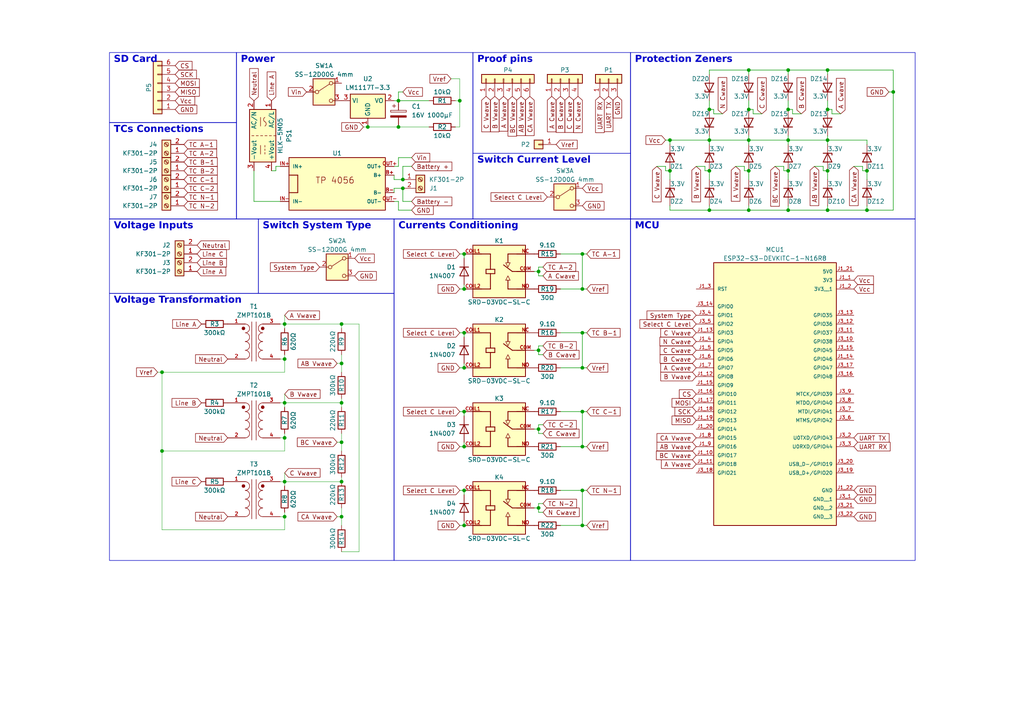
<source format=kicad_sch>
(kicad_sch (version 20230121) (generator eeschema)
  (paper "A4")
  (title_block (title "ESP32 Power Analyser V2.1 Schematics") (date "2024-03-30") (rev "1.5") (company "https://www.linkedin.com/in/lucasrguerra"))
  (junction (at 251.46 49.53))
  (junction (at 156.21 101.6))
  (junction (at 116.84 52.07))
  (junction (at 46.99 107.95))
  (junction (at 259.08 26.67))
  (junction (at 240.03 20.32))
  (junction (at 99.06 105.41))
  (junction (at 240.03 40.64))
  (junction (at 205.74 40.64))
  (junction (at 168.91 83.82))
  (junction (at 99.06 128.27))
  (junction (at 156.21 124.46))
  (junction (at 168.91 142.24))
  (junction (at 168.91 152.4))
  (junction (at 217.17 40.64))
  (junction (at 217.17 49.53))
  (junction (at 82.55 139.7))
  (junction (at 194.31 40.64))
  (junction (at 240.03 49.53))
  (junction (at 228.6 40.64))
  (junction (at 240.03 60.96))
  (junction (at 99.06 149.86))
  (junction (at 134.62 142.24))
  (junction (at 194.31 49.53))
  (junction (at 228.6 60.96))
  (junction (at 228.6 20.32))
  (junction (at 168.91 96.52))
  (junction (at 134.62 83.82))
  (junction (at 228.6 49.53))
  (junction (at 82.55 93.98))
  (junction (at 99.06 139.7))
  (junction (at 251.46 60.96))
  (junction (at 82.55 127))
  (junction (at 134.62 129.54))
  (junction (at 168.91 73.66))
  (junction (at 156.21 147.32))
  (junction (at 240.03 31.75))
  (junction (at 99.06 93.98))
  (junction (at 205.74 49.53))
  (junction (at 133.35 29.21))
  (junction (at 134.62 119.38))
  (junction (at 99.06 116.84))
  (junction (at 134.62 73.66))
  (junction (at 156.21 78.74))
  (junction (at 168.91 119.38))
  (junction (at 82.55 104.14))
  (junction (at 205.74 60.96))
  (junction (at 82.55 116.84))
  (junction (at 46.99 130.81))
  (junction (at 217.17 31.75))
  (junction (at 205.74 31.75))
  (junction (at 115.57 36.83))
  (junction (at 168.91 129.54))
  (junction (at 217.17 60.96))
  (junction (at 168.91 106.68))
  (junction (at 228.6 31.75))
  (junction (at 134.62 96.52))
  (junction (at 115.57 29.21))
  (junction (at 116.84 54.61))
  (junction (at 106.68 36.83))
  (junction (at 134.62 152.4))
  (junction (at 82.55 149.86))
  (junction (at 134.62 106.68))
  (junction (at 217.17 20.32))
  (wire (pts (xy 82.55 125.73) (xy 82.55 127)) (stroke (width 0.1)))
  (wire (pts (xy 240.03 31.75) (xy 240.03 29.21)))
  (wire (pts (xy 205.74 40.64) (xy 205.74 41.91)))
  (wire (pts (xy 156.21 147.32) (xy 154.94 147.32)))
  (wire (pts (xy 116.84 26.67) (xy 115.57 26.67)))
  (wire (pts (xy 157.48 102.87) (xy 156.21 102.87)))
  (wire (pts (xy 81.28 149.86) (xy 82.55 149.86)) (stroke (width 0.1)))
  (wire (pts (xy 215.9 49.53) (xy 217.17 49.53)))
  (wire (pts (xy 104.14 160.02) (xy 99.06 160.02)) (stroke (width 0.1)))
  (wire (pts (xy 170.18 142.24) (xy 168.91 142.24)))
  (wire (pts (xy 133.35 142.24) (xy 134.62 142.24)))
  (wire (pts (xy 99.06 102.87) (xy 99.06 105.41)) (stroke (width 0.1)))
  (wire (pts (xy 115.57 45.72) (xy 119.38 45.72)))
  (wire (pts (xy 215.9 48.26) (xy 215.9 49.53)))
  (wire (pts (xy 168.91 119.38) (xy 168.91 129.54)))
  (wire (pts (xy 240.03 40.64) (xy 251.46 40.64)))
  (wire (pts (xy 82.55 114.3) (xy 82.55 116.84)) (stroke (width 0.1)))
  (wire (pts (xy 194.31 59.69) (xy 194.31 60.96)))
  (wire (pts (xy 205.74 59.69) (xy 205.74 60.96)))
  (wire (pts (xy 259.08 26.67) (xy 259.08 20.32)))
  (wire (pts (xy 82.55 140.97) (xy 82.55 139.7)) (stroke (width 0.1)))
  (wire (pts (xy 133.35 36.83) (xy 132.08 36.83)) (stroke (width 0.1)))
  (wire (pts (xy 156.21 78.74) (xy 154.94 78.74)))
  (wire (pts (xy 99.06 93.98) (xy 104.14 93.98)) (stroke (width 0.1)))
  (wire (pts (xy 247.65 48.26) (xy 250.19 48.26)))
  (wire (pts (xy 82.55 137.16) (xy 82.55 139.7)) (stroke (width 0.1)))
  (wire (pts (xy 229.87 31.75) (xy 228.6 31.75)))
  (wire (pts (xy 82.55 102.87) (xy 82.55 104.14)) (stroke (width 0.1)))
  (wire (pts (xy 170.18 83.82) (xy 168.91 83.82)))
  (wire (pts (xy 99.06 128.27) (xy 99.06 130.81)) (stroke (width 0.1)))
  (wire (pts (xy 114.3 54.61) (xy 116.84 54.61)))
  (wire (pts (xy 46.99 130.81) (xy 46.99 153.67)) (stroke (width 0.1)))
  (wire (pts (xy 116.84 54.61) (xy 116.84 58.42)))
  (wire (pts (xy 97.79 105.41) (xy 99.06 105.41)) (stroke (width 0.1)))
  (wire (pts (xy 115.57 60.96) (xy 119.38 60.96)))
  (wire (pts (xy 82.55 139.7) (xy 99.06 139.7)) (stroke (width 0.1)))
  (wire (pts (xy 133.35 73.66) (xy 134.62 73.66)))
  (wire (pts (xy 115.57 48.26) (xy 114.3 48.26)))
  (wire (pts (xy 97.79 128.27) (xy 99.06 128.27)) (stroke (width 0.1)))
  (wire (pts (xy 81.28 93.98) (xy 82.55 93.98)) (stroke (width 0.1)))
  (wire (pts (xy 115.57 26.67) (xy 115.57 29.21)))
  (wire (pts (xy 194.31 41.91) (xy 194.31 40.64)))
  (wire (pts (xy 46.99 107.95) (xy 46.99 130.81)) (stroke (width 0.1)))
  (wire (pts (xy 82.55 104.14) (xy 82.55 107.95)) (stroke (width 0.1)))
  (wire (pts (xy 168.91 96.52) (xy 162.56 96.52)))
  (wire (pts (xy 168.91 73.66) (xy 162.56 73.66)))
  (wire (pts (xy 133.35 29.21) (xy 133.35 36.83)) (stroke (width 0.1)))
  (wire (pts (xy 209.55 33.02) (xy 207.01 33.02)))
  (wire (pts (xy 133.35 22.86) (xy 133.35 29.21)) (stroke (width 0.1)))
  (wire (pts (xy 157.48 123.19) (xy 156.21 123.19)))
  (wire (pts (xy 134.62 82.55) (xy 134.62 83.82)))
  (wire (pts (xy 104.14 93.98) (xy 104.14 160.02)) (stroke (width 0.1)))
  (wire (pts (xy 99.06 125.73) (xy 99.06 128.27)) (stroke (width 0.1)))
  (wire (pts (xy 259.08 20.32) (xy 240.03 20.32)))
  (wire (pts (xy 99.06 93.98) (xy 99.06 95.25)) (stroke (width 0.1)))
  (wire (pts (xy 157.48 146.05) (xy 156.21 146.05)))
  (wire (pts (xy 168.91 73.66) (xy 168.91 83.82)))
  (wire (pts (xy 170.18 73.66) (xy 168.91 73.66)))
  (wire (pts (xy 115.57 60.96) (xy 115.57 58.42)))
  (wire (pts (xy 99.06 149.86) (xy 99.06 152.4)) (stroke (width 0.1)))
  (wire (pts (xy 133.35 83.82) (xy 134.62 83.82)))
  (wire (pts (xy 116.84 48.26) (xy 116.84 52.07)))
  (wire (pts (xy 133.35 152.4) (xy 134.62 152.4)))
  (wire (pts (xy 194.31 40.64) (xy 205.74 40.64)))
  (wire (pts (xy 168.91 129.54) (xy 162.56 129.54)))
  (wire (pts (xy 82.55 148.59) (xy 82.55 149.86)) (stroke (width 0.1)))
  (wire (pts (xy 134.62 142.24) (xy 134.62 143.51)))
  (wire (pts (xy 157.48 80.01) (xy 156.21 80.01)))
  (wire (pts (xy 134.62 151.13) (xy 134.62 152.4)))
  (wire (pts (xy 82.55 118.11) (xy 82.55 116.84)) (stroke (width 0.1)))
  (wire (pts (xy 205.74 39.37) (xy 205.74 40.64)))
  (wire (pts (xy 82.55 93.98) (xy 99.06 93.98)) (stroke (width 0.1)))
  (wire (pts (xy 114.3 52.07) (xy 116.84 52.07)))
  (wire (pts (xy 157.48 148.59) (xy 156.21 148.59)))
  (wire (pts (xy 201.93 48.26) (xy 204.47 48.26)))
  (wire (pts (xy 228.6 20.32) (xy 217.17 20.32)))
  (wire (pts (xy 168.91 142.24) (xy 168.91 152.4)))
  (wire (pts (xy 82.55 95.25) (xy 82.55 93.98)) (stroke (width 0.1)))
  (wire (pts (xy 134.62 105.41) (xy 134.62 106.68)))
  (wire (pts (xy 207.01 31.75) (xy 205.74 31.75)))
  (wire (pts (xy 156.21 77.47) (xy 156.21 78.74)))
  (wire (pts (xy 133.35 119.38) (xy 134.62 119.38)))
  (wire (pts (xy 156.21 102.87) (xy 156.21 101.6)))
  (wire (pts (xy 99.06 115.57) (xy 99.06 116.84)) (stroke (width 0.1)))
  (wire (pts (xy 232.41 33.02) (xy 229.87 33.02)))
  (wire (pts (xy 241.3 31.75) (xy 240.03 31.75)))
  (wire (pts (xy 99.06 139.7) (xy 99.06 138.43)) (stroke (width 0.1)))
  (wire (pts (xy 240.03 39.37) (xy 240.03 40.64)))
  (wire (pts (xy 228.6 59.69) (xy 228.6 60.96)))
  (wire (pts (xy 97.79 149.86) (xy 99.06 149.86)) (stroke (width 0.1)))
  (wire (pts (xy 80.01 48.26) (xy 80.01 49.53)))
  (wire (pts (xy 114.3 50.8) (xy 114.3 52.07)))
  (wire (pts (xy 251.46 40.64) (xy 251.46 41.91)))
  (wire (pts (xy 217.17 31.75) (xy 217.17 29.21)))
  (wire (pts (xy 218.44 33.02) (xy 218.44 31.75)))
  (wire (pts (xy 240.03 60.96) (xy 251.46 60.96)))
  (wire (pts (xy 134.62 119.38) (xy 134.62 120.65)))
  (wire (pts (xy 240.03 59.69) (xy 240.03 60.96)))
  (wire (pts (xy 250.19 48.26) (xy 250.19 49.53)))
  (wire (pts (xy 240.03 20.32) (xy 228.6 20.32)))
  (wire (pts (xy 156.21 124.46) (xy 156.21 125.73)))
  (wire (pts (xy 133.35 22.86) (xy 130.81 22.86)) (stroke (width 0.1)))
  (wire (pts (xy 217.17 60.96) (xy 228.6 60.96)))
  (wire (pts (xy 105.41 36.83) (xy 106.68 36.83)) (stroke (width 0.1)))
  (wire (pts (xy 116.84 58.42) (xy 119.38 58.42)))
  (wire (pts (xy 220.98 33.02) (xy 218.44 33.02)))
  (wire (pts (xy 99.06 116.84) (xy 99.06 118.11)) (stroke (width 0.1)))
  (wire (pts (xy 170.18 106.68) (xy 168.91 106.68)))
  (wire (pts (xy 228.6 40.64) (xy 240.03 40.64)))
  (wire (pts (xy 168.91 106.68) (xy 162.56 106.68)))
  (wire (pts (xy 168.91 142.24) (xy 162.56 142.24)))
  (wire (pts (xy 46.99 107.95) (xy 45.72 107.95)) (stroke (width 0.1)))
  (wire (pts (xy 217.17 59.69) (xy 217.17 60.96)))
  (wire (pts (xy 227.33 49.53) (xy 228.6 49.53)))
  (wire (pts (xy 170.18 96.52) (xy 168.91 96.52)))
  (wire (pts (xy 81.28 116.84) (xy 82.55 116.84)) (stroke (width 0.1)))
  (wire (pts (xy 80.01 48.26) (xy 81.28 48.26)))
  (wire (pts (xy 168.91 119.38) (xy 162.56 119.38)))
  (wire (pts (xy 240.03 20.32) (xy 240.03 21.59)))
  (wire (pts (xy 170.18 152.4) (xy 168.91 152.4)))
  (wire (pts (xy 205.74 40.64) (xy 217.17 40.64)))
  (wire (pts (xy 194.31 60.96) (xy 205.74 60.96)))
  (wire (pts (xy 133.35 106.68) (xy 134.62 106.68)))
  (wire (pts (xy 217.17 20.32) (xy 217.17 21.59)))
  (wire (pts (xy 82.55 130.81) (xy 82.55 127)) (stroke (width 0.1)))
  (wire (pts (xy 157.48 100.33) (xy 156.21 100.33)))
  (wire (pts (xy 99.06 105.41) (xy 99.06 107.95)) (stroke (width 0.1)))
  (wire (pts (xy 115.57 36.83) (xy 124.46 36.83)) (stroke (width 0.1)))
  (wire (pts (xy 251.46 60.96) (xy 259.08 60.96)))
  (wire (pts (xy 115.57 45.72) (xy 115.57 48.26)))
  (wire (pts (xy 81.28 139.7) (xy 82.55 139.7)) (stroke (width 0.1)))
  (wire (pts (xy 217.17 49.53) (xy 217.17 52.07)))
  (wire (pts (xy 82.55 107.95) (xy 46.99 107.95)) (stroke (width 0.1)))
  (wire (pts (xy 168.91 152.4) (xy 162.56 152.4)))
  (wire (pts (xy 114.3 55.88) (xy 114.3 54.61)))
  (wire (pts (xy 82.55 116.84) (xy 99.06 116.84)) (stroke (width 0.1)))
  (wire (pts (xy 156.21 80.01) (xy 156.21 78.74)))
  (wire (pts (xy 213.36 48.26) (xy 215.9 48.26)))
  (wire (pts (xy 217.17 20.32) (xy 205.74 20.32)))
  (wire (pts (xy 236.22 48.26) (xy 238.76 48.26)))
  (wire (pts (xy 251.46 60.96) (xy 251.46 59.69)))
  (wire (pts (xy 250.19 49.53) (xy 251.46 49.53)))
  (wire (pts (xy 156.21 100.33) (xy 156.21 101.6)))
  (wire (pts (xy 134.62 73.66) (xy 134.62 74.93)))
  (wire (pts (xy 73.66 58.42) (xy 81.28 58.42)))
  (wire (pts (xy 156.21 101.6) (xy 154.94 101.6)))
  (wire (pts (xy 157.48 77.47) (xy 156.21 77.47)))
  (wire (pts (xy 73.66 49.53) (xy 73.66 58.42)))
  (wire (pts (xy 80.01 49.53) (xy 78.74 49.53)))
  (wire (pts (xy 204.47 49.53) (xy 205.74 49.53)))
  (wire (pts (xy 82.55 153.67) (xy 82.55 149.86)) (stroke (width 0.1)))
  (wire (pts (xy 193.04 49.53) (xy 194.31 49.53)))
  (wire (pts (xy 156.21 146.05) (xy 156.21 147.32)))
  (wire (pts (xy 194.31 49.53) (xy 194.31 52.07)))
  (wire (pts (xy 168.91 96.52) (xy 168.91 106.68)))
  (wire (pts (xy 228.6 60.96) (xy 240.03 60.96)))
  (wire (pts (xy 82.55 91.44) (xy 82.55 93.98)) (stroke (width 0.1)))
  (wire (pts (xy 228.6 20.32) (xy 228.6 21.59)))
  (wire (pts (xy 251.46 49.53) (xy 251.46 52.07)))
  (wire (pts (xy 156.21 124.46) (xy 154.94 124.46)))
  (wire (pts (xy 190.5 48.26) (xy 193.04 48.26)))
  (wire (pts (xy 193.04 48.26) (xy 193.04 49.53)))
  (wire (pts (xy 106.68 36.83) (xy 115.57 36.83)) (stroke (width 0.1)))
  (wire (pts (xy 204.47 48.26) (xy 204.47 49.53)))
  (wire (pts (xy 134.62 128.27) (xy 134.62 129.54)))
  (wire (pts (xy 228.6 39.37) (xy 228.6 40.64)))
  (wire (pts (xy 156.21 123.19) (xy 156.21 124.46)))
  (wire (pts (xy 99.06 147.32) (xy 99.06 149.86)) (stroke (width 0.1)))
  (wire (pts (xy 205.74 20.32) (xy 205.74 21.59)))
  (wire (pts (xy 116.84 48.26) (xy 119.38 48.26)))
  (wire (pts (xy 205.74 31.75) (xy 205.74 29.21)))
  (wire (pts (xy 170.18 119.38) (xy 168.91 119.38)))
  (wire (pts (xy 228.6 31.75) (xy 228.6 29.21)))
  (wire (pts (xy 205.74 60.96) (xy 217.17 60.96)))
  (wire (pts (xy 217.17 39.37) (xy 217.17 40.64)))
  (wire (pts (xy 217.17 40.64) (xy 228.6 40.64)))
  (wire (pts (xy 133.35 129.54) (xy 134.62 129.54)))
  (wire (pts (xy 238.76 49.53) (xy 240.03 49.53)))
  (wire (pts (xy 228.6 40.64) (xy 228.6 41.91)))
  (wire (pts (xy 218.44 31.75) (xy 217.17 31.75)))
  (wire (pts (xy 156.21 148.59) (xy 156.21 147.32)))
  (wire (pts (xy 46.99 153.67) (xy 82.55 153.67)) (stroke (width 0.1)))
  (wire (pts (xy 259.08 26.67) (xy 257.81 26.67)))
  (wire (pts (xy 81.28 127) (xy 82.55 127)) (stroke (width 0.1)))
  (wire (pts (xy 156.21 125.73) (xy 157.48 125.73)))
  (wire (pts (xy 115.57 29.21) (xy 124.46 29.21)))
  (wire (pts (xy 227.33 48.26) (xy 227.33 49.53)))
  (wire (pts (xy 133.35 96.52) (xy 134.62 96.52)))
  (wire (pts (xy 205.74 49.53) (xy 205.74 52.07)))
  (wire (pts (xy 133.35 29.21) (xy 132.08 29.21)) (stroke (width 0.1)))
  (wire (pts (xy 115.57 58.42) (xy 114.3 58.42)))
  (wire (pts (xy 207.01 33.02) (xy 207.01 31.75)))
  (wire (pts (xy 46.99 130.81) (xy 82.55 130.81)) (stroke (width 0.1)))
  (wire (pts (xy 170.18 129.54) (xy 168.91 129.54)))
  (wire (pts (xy 217.17 40.64) (xy 217.17 41.91)))
  (wire (pts (xy 168.91 83.82) (xy 162.56 83.82)))
  (wire (pts (xy 81.28 104.14) (xy 82.55 104.14)) (stroke (width 0.1)))
  (wire (pts (xy 229.87 33.02) (xy 229.87 31.75)))
  (wire (pts (xy 224.79 48.26) (xy 227.33 48.26)))
  (wire (pts (xy 259.08 26.67) (xy 259.08 60.96)))
  (wire (pts (xy 134.62 96.52) (xy 134.62 97.79)))
  (wire (pts (xy 228.6 49.53) (xy 228.6 52.07)))
  (wire (pts (xy 241.3 33.02) (xy 241.3 31.75)))
  (wire (pts (xy 240.03 40.64) (xy 240.03 41.91)))
  (wire (pts (xy 240.03 49.53) (xy 240.03 52.07)))
  (wire (pts (xy 238.76 48.26) (xy 238.76 49.53)))
  (wire (pts (xy 243.84 33.02) (xy 241.3 33.02)))
  (wire (pts (xy 114.3 29.21) (xy 115.57 29.21)))
  (wire (pts (xy 193.04 40.64) (xy 194.31 40.64)))
  (rectangle (start 182.88 63.5) (end 265.43 162.56))
  (rectangle (start 31.75 35.56) (end 68.58 63.5))
  (rectangle (start 68.58 15.24) (end 137.16 63.5))
  (rectangle (start 137.16 15.24) (end 182.88 44.45))
  (rectangle (start 31.75 15.24) (end 68.58 35.56))
  (rectangle (start 114.3 63.5) (end 182.88 162.56))
  (rectangle (start 31.75 63.5) (end 74.93 85.09))
  (rectangle (start 182.88 15.24) (end 265.43 63.5))
  (rectangle (start 137.16 44.45) (end 182.88 63.5))
  (rectangle (start 31.75 85.09) (end 114.3 162.56))
  (rectangle (start 74.93 63.5) (end 114.3 85.09))
  (text "Switch Current Level" (at 138.43 48.26 0) (effects (font (size 2 2) (thickness 0.254) bold) (justify left bottom)))
  (text "MCU" (at 184.15 67.31 0) (effects (font (size 2 2) (thickness 0.254) bold) (justify left bottom)))
  (text "Power" (at 69.85 19.05 0) (effects (font (size 2 2) (thickness 0.254) bold) (justify left bottom)))
  (text "Voltage Inputs" (at 33.02 67.31 0) (effects (font (size 2 2) (thickness 0.254) bold) (justify left bottom)))
  (text "Protection Zeners" (at 184.15 19.05 0) (effects (font (size 2 2) (thickness 0.254) bold) (justify left bottom)))
  (text "Voltage Transformation\n" (at 33.02 88.9 0) (effects (font (size 2 2) (thickness 0.254) bold) (justify left bottom)))
  (text "Switch System Type" (at 76.2 67.31 0) (effects (font (size 2 2) (thickness 0.254) bold) (justify left bottom)))
  (text "SD Card" (at 33.02 19.05 0) (effects (font (size 2 2) (thickness 0.254) bold) (justify left bottom)))
  (text "TCs Connections" (at 33.02 39.37 0) (effects (font (size 2 2) (thickness 0.254) bold) (justify left bottom)))
  (text "Proof pins" (at 138.43 19.05 0) (effects (font (size 2 2) (thickness 0.254) bold) (justify left bottom)))
  (text "Currents Conditioning" (at 115.57 67.31 0) (effects (font (size 2 2) (thickness 0.254) bold) (justify left bottom)))
  (global_label "Vin" (shape input) (at 88.9 26.67 180) (property "Intersheetrefs" "${INTERSHEET_REFS}" (effects hide)))
  (global_label "GND" (shape input) (at 179.07 27.94 270) (property "Intersheetrefs" "${INTERSHEET_REFS}" (effects hide)))
  (global_label "Vcc" (shape input) (at 102.87 74.93 0) (property "Intersheetrefs" "${INTERSHEET_REFS}" (effects hide)))
  (global_label "AB Vwave" (shape input) (at 201.93 129.54 180) (property "Intersheetrefs" "${INTERSHEET_REFS}" (effects hide)))
  (global_label "Neutral" (shape input) (at 57.15 71.12 0) (property "Intersheetrefs" "${INTERSHEET_REFS}" (effects hide)))
  (global_label "TC B-2" (shape input) (at 157.48 100.33 0) (property "Intersheetrefs" "${INTERSHEET_REFS}" (effects hide)))
  (global_label "A Vwave" (shape input) (at 213.36 48.26 270) (property "Intersheetrefs" "${INTERSHEET_REFS}" (effects hide)))
  (global_label "N Cwave" (shape input) (at 209.55 33.02 90) (property "Intersheetrefs" "${INTERSHEET_REFS}" (effects hide)))
  (global_label "GND" (shape input) (at 247.65 142.24 0) (property "Intersheetrefs" "${INTERSHEET_REFS}" (effects hide)))
  (global_label "CS" (shape input) (at 50.8 19.05 0) (property "Intersheetrefs" "${INTERSHEET_REFS}" (effects hide)))
  (global_label "Vref" (shape input) (at 130.81 22.86 180) (property "Intersheetrefs" "${INTERSHEET_REFS}" (effects hide)))
  (global_label "A Vwave" (shape input) (at 201.93 134.62 180) (property "Intersheetrefs" "${INTERSHEET_REFS}" (effects hide)))
  (global_label "N Cwave" (shape input) (at 167.64 27.94 270) (property "Intersheetrefs" "${INTERSHEET_REFS}" (effects hide)))
  (global_label "C Cwave" (shape input) (at 157.48 125.73 0) (property "Intersheetrefs" "${INTERSHEET_REFS}" (effects hide)))
  (global_label "TC A-2" (shape input) (at 157.48 77.47 0) (property "Intersheetrefs" "${INTERSHEET_REFS}" (effects hide)))
  (global_label "C Vwave" (shape input) (at 190.5 48.26 270) (property "Intersheetrefs" "${INTERSHEET_REFS}" (effects hide)))
  (global_label "GND" (shape input) (at 247.65 144.78 0) (property "Intersheetrefs" "${INTERSHEET_REFS}" (effects hide)))
  (global_label "Line C" (shape input) (at 57.15 73.66 0) (property "Intersheetrefs" "${INTERSHEET_REFS}" (effects hide)))
  (global_label "N Cwave" (shape input) (at 157.48 148.59 0) (property "Intersheetrefs" "${INTERSHEET_REFS}" (effects hide)))
  (global_label "Vcc" (shape input) (at 116.84 26.67 0) (property "Intersheetrefs" "${INTERSHEET_REFS}" (effects hide)))
  (global_label "Vref" (shape input) (at 170.18 152.4 0) (property "Intersheetrefs" "${INTERSHEET_REFS}" (effects hide)))
  (global_label "Select C Level" (shape input) (at 133.35 96.52 180) (property "Intersheetrefs" "${INTERSHEET_REFS}" (effects hide)))
  (global_label "SCK" (shape input) (at 50.8 21.59 0) (property "Intersheetrefs" "${INTERSHEET_REFS}" (effects hide)))
  (global_label "B Vwave" (shape input) (at 143.51 27.94 270) (property "Intersheetrefs" "${INTERSHEET_REFS}" (effects hide)))
  (global_label "Vcc" (shape input) (at 50.8 29.21 0) (property "Intersheetrefs" "${INTERSHEET_REFS}" (effects hide)))
  (global_label "GND" (shape input) (at 133.35 83.82 180) (property "Intersheetrefs" "${INTERSHEET_REFS}" (effects hide)))
  (global_label "Vref" (shape input) (at 45.72 107.95 180) (property "Intersheetrefs" "${INTERSHEET_REFS}" (effects hide)))
  (global_label "TC C-1" (shape input) (at 53.34 52.07 0) (property "Intersheetrefs" "${INTERSHEET_REFS}" (effects hide)))
  (global_label "C Vwave" (shape input) (at 82.55 137.16 0) (property "Intersheetrefs" "${INTERSHEET_REFS}" (effects hide)))
  (global_label "TC N-2" (shape input) (at 53.34 59.69 0) (property "Intersheetrefs" "${INTERSHEET_REFS}" (effects hide)))
  (global_label "MOSI" (shape input) (at 201.93 116.84 180) (property "Intersheetrefs" "${INTERSHEET_REFS}" (effects hide)))
  (global_label "Select C Level" (shape input) (at 133.35 119.38 180) (property "Intersheetrefs" "${INTERSHEET_REFS}" (effects hide)))
  (global_label "TC C-2" (shape input) (at 157.48 123.19 0) (property "Intersheetrefs" "${INTERSHEET_REFS}" (effects hide)))
  (global_label "A Cwave" (shape input) (at 201.93 106.68 180) (property "Intersheetrefs" "${INTERSHEET_REFS}" (effects hide)))
  (global_label "AB Vwave" (shape input) (at 236.22 48.26 270) (property "Intersheetrefs" "${INTERSHEET_REFS}" (effects hide)))
  (global_label "GND" (shape input) (at 133.35 106.68 180) (property "Intersheetrefs" "${INTERSHEET_REFS}" (effects hide)))
  (global_label "Line C" (shape input) (at 58.42 139.7 180) (property "Intersheetrefs" "${INTERSHEET_REFS}" (effects hide)))
  (global_label "CS" (shape input) (at 201.93 114.3 180) (property "Intersheetrefs" "${INTERSHEET_REFS}" (effects hide)))
  (global_label "C Vwave" (shape input) (at 140.97 27.94 270) (property "Intersheetrefs" "${INTERSHEET_REFS}" (effects hide)))
  (global_label "GND" (shape input) (at 133.35 152.4 180) (property "Intersheetrefs" "${INTERSHEET_REFS}" (effects hide)))
  (global_label "TC N-2" (shape input) (at 157.48 146.05 0) (property "Intersheetrefs" "${INTERSHEET_REFS}" (effects hide)))
  (global_label "UART RX" (shape input) (at 173.99 27.94 270) (property "Intersheetrefs" "${INTERSHEET_REFS}" (effects hide)))
  (global_label "Vref" (shape input) (at 161.29 41.91 0) (property "Intersheetrefs" "${INTERSHEET_REFS}" (effects hide)))
  (global_label "GND" (shape input) (at 247.65 149.86 0) (property "Intersheetrefs" "${INTERSHEET_REFS}" (effects hide)))
  (global_label "B Vwave" (shape input) (at 201.93 48.26 270) (property "Intersheetrefs" "${INTERSHEET_REFS}" (effects hide)))
  (global_label "A Cwave" (shape input) (at 157.48 80.01 0) (property "Intersheetrefs" "${INTERSHEET_REFS}" (effects hide)))
  (global_label "Vref" (shape input) (at 170.18 83.82 0) (property "Intersheetrefs" "${INTERSHEET_REFS}" (effects hide)))
  (global_label "MISO" (shape input) (at 50.8 26.67 0) (property "Intersheetrefs" "${INTERSHEET_REFS}" (effects hide)))
  (global_label "CA Vwave" (shape input) (at 153.67 27.94 270) (property "Intersheetrefs" "${INTERSHEET_REFS}" (effects hide)))
  (global_label "A Cwave" (shape input) (at 160.02 27.94 270) (property "Intersheetrefs" "${INTERSHEET_REFS}" (effects hide)))
  (global_label "Vcc" (shape input) (at 168.91 54.61 0) (property "Intersheetrefs" "${INTERSHEET_REFS}" (effects hide)))
  (global_label "A Cwave" (shape input) (at 243.84 33.02 90) (property "Intersheetrefs" "${INTERSHEET_REFS}" (effects hide)))
  (global_label "Select C Level" (shape input) (at 201.93 93.98 180) (property "Intersheetrefs" "${INTERSHEET_REFS}" (effects hide)))
  (global_label "A Vwave" (shape input) (at 82.55 91.44 0) (property "Intersheetrefs" "${INTERSHEET_REFS}" (effects hide)))
  (global_label "UART TX" (shape input) (at 247.65 127 0) (property "Intersheetrefs" "${INTERSHEET_REFS}" (effects hide)))
  (global_label "CA Vwave" (shape input) (at 247.65 48.26 270) (property "Intersheetrefs" "${INTERSHEET_REFS}" (effects hide)))
  (global_label "C Cwave" (shape input) (at 165.1 27.94 270) (property "Intersheetrefs" "${INTERSHEET_REFS}" (effects hide)))
  (global_label "AB Vwave" (shape input) (at 151.13 27.94 270) (property "Intersheetrefs" "${INTERSHEET_REFS}" (effects hide)))
  (global_label "Neutral" (shape input) (at 66.04 127 180) (property "Intersheetrefs" "${INTERSHEET_REFS}" (effects hide)))
  (global_label "B Cwave" (shape input) (at 157.48 102.87 0) (property "Intersheetrefs" "${INTERSHEET_REFS}" (effects hide)))
  (global_label "Neutral" (shape input) (at 66.04 104.14 180) (property "Intersheetrefs" "${INTERSHEET_REFS}" (effects hide)))
  (global_label "Line B" (shape input) (at 58.42 116.84 180) (property "Intersheetrefs" "${INTERSHEET_REFS}" (effects hide)))
  (global_label "AB Vwave" (shape input) (at 97.79 105.41 180) (property "Intersheetrefs" "${INTERSHEET_REFS}" (effects hide)))
  (global_label "TC A-2" (shape input) (at 53.34 44.45 0) (property "Intersheetrefs" "${INTERSHEET_REFS}" (effects hide)))
  (global_label "Vref" (shape input) (at 170.18 129.54 0) (property "Intersheetrefs" "${INTERSHEET_REFS}" (effects hide)))
  (global_label "System Type" (shape input) (at 92.71 77.47 180) (property "Intersheetrefs" "${INTERSHEET_REFS}" (effects hide)))
  (global_label "BC Vwave" (shape input) (at 201.93 132.08 180) (property "Intersheetrefs" "${INTERSHEET_REFS}" (effects hide)))
  (global_label "TC C-1" (shape input) (at 170.18 119.38 0) (property "Intersheetrefs" "${INTERSHEET_REFS}" (effects hide)))
  (global_label "B Vwave" (shape input) (at 201.93 109.22 180) (property "Intersheetrefs" "${INTERSHEET_REFS}" (effects hide)))
  (global_label "Vcc" (shape input) (at 247.65 81.28 0) (property "Intersheetrefs" "${INTERSHEET_REFS}" (effects hide)))
  (global_label "CA Vwave" (shape input) (at 201.93 127 180) (property "Intersheetrefs" "${INTERSHEET_REFS}" (effects hide)))
  (global_label "TC B-1" (shape input) (at 170.18 96.52 0) (property "Intersheetrefs" "${INTERSHEET_REFS}" (effects hide)))
  (global_label "B Vwave" (shape input) (at 82.55 114.3 0) (property "Intersheetrefs" "${INTERSHEET_REFS}" (effects hide)))
  (global_label "TC C-2" (shape input) (at 53.34 54.61 0) (property "Intersheetrefs" "${INTERSHEET_REFS}" (effects hide)))
  (global_label "B Cwave" (shape input) (at 232.41 33.02 90) (property "Intersheetrefs" "${INTERSHEET_REFS}" (effects hide)))
  (global_label "C Cwave" (shape input) (at 201.93 101.6 180) (property "Intersheetrefs" "${INTERSHEET_REFS}" (effects hide)))
  (global_label "Line B" (shape input) (at 57.15 76.2 0) (property "Intersheetrefs" "${INTERSHEET_REFS}" (effects hide)))
  (global_label "MISO" (shape input) (at 201.93 121.92 180) (property "Intersheetrefs" "${INTERSHEET_REFS}" (effects hide)))
  (global_label "Neutral" (shape input) (at 73.66 29.21 90) (property "Intersheetrefs" "${INTERSHEET_REFS}" (effects hide)))
  (global_label "Select C Level" (shape input) (at 158.75 57.15 180) (property "Intersheetrefs" "${INTERSHEET_REFS}" (effects hide)))
  (global_label "GND" (shape input) (at 119.38 60.96 0) (property "Intersheetrefs" "${INTERSHEET_REFS}" (effects hide)))
  (global_label "Vin" (shape input) (at 119.38 45.72 0) (property "Intersheetrefs" "${INTERSHEET_REFS}" (effects hide)))
  (global_label "A Vwave" (shape input) (at 146.05 27.94 270) (property "Intersheetrefs" "${INTERSHEET_REFS}" (effects hide)))
  (global_label "SCK" (shape input) (at 201.93 119.38 180) (property "Intersheetrefs" "${INTERSHEET_REFS}" (effects hide)))
  (global_label "Vcc" (shape input) (at 193.04 40.64 180) (property "Intersheetrefs" "${INTERSHEET_REFS}" (effects hide)))
  (global_label "Line A" (shape input) (at 58.42 93.98 180) (property "Intersheetrefs" "${INTERSHEET_REFS}" (effects hide)))
  (global_label "GND" (shape input) (at 102.87 80.01 0) (property "Intersheetrefs" "${INTERSHEET_REFS}" (effects hide)))
  (global_label "Select C Level" (shape input) (at 133.35 73.66 180) (property "Intersheetrefs" "${INTERSHEET_REFS}" (effects hide)))
  (global_label "N Cwave" (shape input) (at 201.93 99.06 180) (property "Intersheetrefs" "${INTERSHEET_REFS}" (effects hide)))
  (global_label "TC B-2" (shape input) (at 53.34 49.53 0) (property "Intersheetrefs" "${INTERSHEET_REFS}" (effects hide)))
  (global_label "TC A-1" (shape input) (at 170.18 73.66 0) (property "Intersheetrefs" "${INTERSHEET_REFS}" (effects hide)))
  (global_label "GND" (shape input) (at 50.8 31.75 0) (property "Intersheetrefs" "${INTERSHEET_REFS}" (effects hide)))
  (global_label "Vref" (shape input) (at 170.18 106.68 0) (property "Intersheetrefs" "${INTERSHEET_REFS}" (effects hide)))
  (global_label "GND" (shape input) (at 257.81 26.67 180) (property "Intersheetrefs" "${INTERSHEET_REFS}" (effects hide)))
  (global_label "C Vwave" (shape input) (at 201.93 96.52 180) (property "Intersheetrefs" "${INTERSHEET_REFS}" (effects hide)))
  (global_label "UART RX" (shape input) (at 247.65 129.54 0) (property "Intersheetrefs" "${INTERSHEET_REFS}" (effects hide)))
  (global_label "B Cwave" (shape input) (at 201.93 104.14 180) (property "Intersheetrefs" "${INTERSHEET_REFS}" (effects hide)))
  (global_label "GND" (shape input) (at 168.91 59.69 0) (property "Intersheetrefs" "${INTERSHEET_REFS}" (effects hide)))
  (global_label "TC B-1" (shape input) (at 53.34 46.99 0) (property "Intersheetrefs" "${INTERSHEET_REFS}" (effects hide)))
  (global_label "Select C Level" (shape input) (at 133.35 142.24 180) (property "Intersheetrefs" "${INTERSHEET_REFS}" (effects hide)))
  (global_label "System Type" (shape input) (at 201.93 91.44 180) (property "Intersheetrefs" "${INTERSHEET_REFS}" (effects hide)))
  (global_label "Battery +" (shape input) (at 119.38 48.26 0) (property "Intersheetrefs" "${INTERSHEET_REFS}" (effects hide)))
  (global_label "UART TX" (shape input) (at 176.53 27.94 270) (property "Intersheetrefs" "${INTERSHEET_REFS}" (effects hide)))
  (global_label "TC N-1" (shape input) (at 170.18 142.24 0) (property "Intersheetrefs" "${INTERSHEET_REFS}" (effects hide)))
  (global_label "CA Vwave" (shape input) (at 97.79 149.86 180) (property "Intersheetrefs" "${INTERSHEET_REFS}" (effects hide)))
  (global_label "Line A" (shape input) (at 57.15 78.74 0) (property "Intersheetrefs" "${INTERSHEET_REFS}" (effects hide)))
  (global_label "Neutral" (shape input) (at 66.04 149.86 180) (property "Intersheetrefs" "${INTERSHEET_REFS}" (effects hide)))
  (global_label "BC Vwave" (shape input) (at 97.79 128.27 180) (property "Intersheetrefs" "${INTERSHEET_REFS}" (effects hide)))
  (global_label "Battery -" (shape input) (at 119.38 58.42 0) (property "Intersheetrefs" "${INTERSHEET_REFS}" (effects hide)))
  (global_label "Vcc" (shape input) (at 247.65 83.82 0) (property "Intersheetrefs" "${INTERSHEET_REFS}" (effects hide)))
  (global_label "BC Vwave" (shape input) (at 148.59 27.94 270) (property "Intersheetrefs" "${INTERSHEET_REFS}" (effects hide)))
  (global_label "MOSI" (shape input) (at 50.8 24.13 0) (property "Intersheetrefs" "${INTERSHEET_REFS}" (effects hide)))
  (global_label "GND" (shape input) (at 105.41 36.83 180) (property "Intersheetrefs" "${INTERSHEET_REFS}" (effects hide)))
  (global_label "BC Vwave" (shape input) (at 224.79 48.26 270) (property "Intersheetrefs" "${INTERSHEET_REFS}" (effects hide)))
  (global_label "GND" (shape input) (at 133.35 129.54 180) (property "Intersheetrefs" "${INTERSHEET_REFS}" (effects hide)))
  (global_label "B Cwave" (shape input) (at 162.56 27.94 270) (property "Intersheetrefs" "${INTERSHEET_REFS}" (effects hide)))
  (global_label "C Cwave" (shape input) (at 220.98 33.02 90) (property "Intersheetrefs" "${INTERSHEET_REFS}" (effects hide)))
  (global_label "Line A" (shape input) (at 78.74 29.21 90) (property "Intersheetrefs" "${INTERSHEET_REFS}" (effects hide)))
  (global_label "TC A-1" (shape input) (at 53.34 41.91 0) (property "Intersheetrefs" "${INTERSHEET_REFS}" (effects hide)))
  (global_label "TC N-1" (shape input) (at 53.34 57.15 0) (property "Intersheetrefs" "${INTERSHEET_REFS}" (effects hide)))
  (symbol (lib_id "Device:D_Zener") (at 228.6 45.72 270) (unit 1)
    (property "Reference" "DZ7" (at 228.6 48.26 90) (effects (justify left)))
    (property "Value" "3.3V" (at 228.6 43.18 90) (effects (justify left)))
    (property "Footprint" "Diode_THT:D_DO-34_SOD68_P7.62mm_Horizontal" (effects hide))
  )
  (symbol (lib_id "Device:R") (at 99.06 143.51 180) (unit 1)
    (property "Reference" "R13" (at 99.06 143.51 90))
    (property "Value" "220kΩ" (at 96.52 143.51 90))
    (property "Footprint" "Resistor_THT:R_Axial_DIN0207_L6.3mm_D2.5mm_P10.16mm_Horizontal" (effects hide))
  )
  (symbol (lib_id "Device:R") (at 128.27 29.21 90) (unit 1)
    (property "Reference" "R1" (at 128.27 29.21 90))
    (property "Value" "10kΩ" (at 128.27 26.67 90))
    (property "Footprint" "Resistor_THT:R_Axial_DIN0207_L6.3mm_D2.5mm_P10.16mm_Horizontal" (effects hide))
  )
  (symbol (lib_id "Connector:Screw_Terminal_01x02") (at 48.26 49.53 180) (unit 1)
    (property "Reference" "J5" (at 44.45 46.99 0))
    (property "Value" "KF301-2P" (at 40.64 49.53 0))
    (property "Footprint" "TerminalBlock:TerminalBlock_bornier-2_P5.08mm" (effects hide))
  )
  (symbol (lib_id "Device:D_Zener") (at 217.17 45.72 270) (unit 1)
    (property "Reference" "DZ5" (at 217.17 48.26 90) (effects (justify left)))
    (property "Value" "3.3V" (at 217.17 43.18 90) (effects (justify left)))
    (property "Footprint" "Diode_THT:D_DO-34_SOD68_P7.62mm_Horizontal" (effects hide))
  )
  (symbol (lib_id "Device:R") (at 62.23 116.84 270) (unit 1)
    (property "Reference" "R4" (at 62.23 116.84 90))
    (property "Value" "300kΩ" (at 62.23 119.38 90))
    (property "Footprint" "Resistor_THT:R_Axial_DIN0207_L6.3mm_D2.5mm_P10.16mm_Horizontal" (effects hide))
  )
  (symbol (lib_id "Switch:SW_DPDT_x2") (at 93.98 26.67 0) (unit 1)
    (property "Reference" "SW1" (at 93.98 19.05 0))
    (property "Value" "SS-12D00G 4mm" (at 93.98 21.59 0))
    (property "Footprint" "Connector_PinHeader_2.54mm:PinHeader_1x03_P2.54mm_Vertical" (effects hide))
  )
  (symbol (lib_id "Device:R") (at 158.75 152.4 270) (unit 1)
    (property "Reference" "R22" (at 158.75 152.4 90))
    (property "Value" "30Ω" (at 158.75 154.94 90))
    (property "Footprint" "Resistor_THT:R_Axial_DIN0207_L6.3mm_D2.5mm_P10.16mm_Horizontal" (effects hide))
  )
  (symbol (lib_id "Device:R") (at 99.06 99.06 180) (unit 1)
    (property "Reference" "R9" (at 99.06 99.06 90))
    (property "Value" "220kΩ" (at 96.52 99.06 90))
    (property "Footprint" "Resistor_THT:R_Axial_DIN0207_L6.3mm_D2.5mm_P10.16mm_Horizontal" (effects hide))
  )
  (symbol (lib_id "Device:R") (at 82.55 121.92 0) (unit 1)
    (property "Reference" "R7" (at 82.55 121.92 90))
    (property "Value" "620Ω" (at 85.09 121.92 90))
    (property "Footprint" "Resistor_THT:R_Axial_DIN0207_L6.3mm_D2.5mm_P10.16mm_Horizontal" (effects hide))
  )
  (symbol (lib_id "Device:R") (at 99.06 156.21 180) (unit 1)
    (property "Reference" "R14" (at 99.06 156.21 90))
    (property "Value" "300kΩ" (at 96.52 156.21 90))
    (property "Footprint" "Resistor_THT:R_Axial_DIN0207_L6.3mm_D2.5mm_P10.16mm_Horizontal" (effects hide))
  )
  (symbol (lib_name "ZMPT101B_1") (lib_id "ZMPT101B:ZMPT101B") (at 73.66 99.06 0) (unit 1)
    (property "Reference" "T1" (at 73.66 88.9 0))
    (property "Value" "ZMPT101B" (at 73.66 91.44 0))
    (property "Footprint" "SnapEDA Library:XFMR_ZMPT101B" (effects hide))
    (property "PARTREV" "NA" (effects hide))
    (property "STANDARD" "Manufacturer Recommendations" (effects hide))
    (property "MAXIMUM_PACKAGE_HEIGHT" "18.8mm" (effects hide))
    (property "MANUFACTURER" "Qingxian Zeming Langxi Electronic" (effects hide))
  )
  (symbol (lib_id "TP4056:TP4056") (at 99.06 53.34 0) (unit 1)
    (property "Reference" "U1" (at 97.79 44.45 0))
    (property "Value" "TP4056" (effects hide))
    (property "Footprint" "SnapEDA Library:TP4056" (effects hide))
    (property "MF" "others" (effects hide))
    (property "Description" "\n" (effects hide))
    (property "Package" "None" (effects hide))
    (property "Price" "None" (effects hide))
    (property "SnapEDA_Link" "https://www.snapeda.com/parts/TP4056/Byte+Brothers/view-part/?ref=snap" (effects hide))
    (property "MP" "TP4056" (effects hide))
    (property "Availability" "Not in stock" (effects hide))
    (property "Check_prices" "https://www.snapeda.com/parts/TP4056/Byte+Brothers/view-part/?ref=eda" (effects hide))
  )
  (symbol (lib_id "Connector:Screw_Terminal_01x02") (at 48.26 59.69 180) (unit 1)
    (property "Reference" "J7" (at 44.45 57.15 0))
    (property "Value" "KF301-2P" (at 40.64 59.69 0))
    (property "Footprint" "TerminalBlock:TerminalBlock_bornier-2_P5.08mm" (effects hide))
  )
  (symbol (lib_id "SRD-03VDC-SL-C:SRD-03VDC-SL-C") (at 144.78 101.6 0) (unit 1)
    (property "Reference" "K2" (at 144.78 92.71 0))
    (property "Value" "SRD-03VDC-SL-C" (at 144.78 110.49 0))
    (property "Footprint" "SnapEDA Library:RELAY_SRD-03VDC-SL-C" (effects hide))
    (property "PARTREV" "20161104" (effects hide))
    (property "SNAPEDA_PN" "SRD-03VDC-SL-C" (effects hide))
    (property "MANUFACTURER" "Songle Relay" (effects hide))
    (property "MAXIMUM_PACKAGE_HEIGHT" "15.80mm" (effects hide))
    (property "STANDARD" "Manufacturer Recommendations" (effects hide))
  )
  (symbol (lib_id "Switch:SW_DPDT_x2") (at 163.83 57.15 0) (unit 1)
    (property "Reference" "SW3" (at 163.83 49.53 0))
    (property "Value" "SS-12D00G 4mm" (at 163.83 52.07 0))
    (property "Footprint" "Connector_PinHeader_2.54mm:PinHeader_1x03_P2.54mm_Vertical" (effects hide))
  )
  (symbol (lib_id "Device:D_Zener") (at 228.6 25.4 90) (unit 1)
    (property "Reference" "DZ16" (at 228.6 22.86 90) (effects (justify left)))
    (property "Value" "3.3V" (at 228.6 27.94 90) (effects (justify left)))
    (property "Footprint" "Diode_THT:D_DO-34_SOD68_P7.62mm_Horizontal" (effects hide))
  )
  (symbol (lib_id "Regulator_Linear:LM1117T-3.3") (at 106.68 29.21 0) (unit 1)
    (property "Reference" "U2" (at 106.68 22.86 0))
    (property "Value" "LM1117T-3.3" (at 106.68 25.4 0))
    (property "Footprint" "Package_TO_SOT_THT:TO-220-3_Vertical" (effects hide))
    (property "Datasheet" "http://www.ti.com/lit/ds/symlink/lm1117.pdf" (effects hide))
  )
  (symbol (lib_id "SRD-03VDC-SL-C:SRD-03VDC-SL-C") (at 144.78 124.46 0) (unit 1)
    (property "Reference" "K3" (at 144.78 115.57 0))
    (property "Value" "SRD-03VDC-SL-C" (at 144.78 133.35 0))
    (property "Footprint" "SnapEDA Library:RELAY_SRD-03VDC-SL-C" (effects hide))
    (property "PARTREV" "20161104" (effects hide))
    (property "SNAPEDA_PN" "SRD-03VDC-SL-C" (effects hide))
    (property "MANUFACTURER" "Songle Relay" (effects hide))
    (property "MAXIMUM_PACKAGE_HEIGHT" "15.80mm" (effects hide))
    (property "STANDARD" "Manufacturer Recommendations" (effects hide))
  )
  (symbol (lib_id "Device:R") (at 128.27 36.83 270) (unit 1)
    (property "Reference" "R2" (at 128.27 36.83 90))
    (property "Value" "10kΩ" (at 128.27 39.37 90))
    (property "Footprint" "Resistor_THT:R_Axial_DIN0207_L6.3mm_D2.5mm_P10.16mm_Horizontal" (effects hide))
  )
  (symbol (lib_id "Device:D_Zener") (at 240.03 35.56 90) (unit 1)
    (property "Reference" "DZ13" (at 240.03 33.02 90) (effects (justify left)))
    (property "Value" "3.3V" (at 240.03 38.1 90) (effects (justify left)))
    (property "Footprint" "Diode_THT:D_DO-34_SOD68_P7.62mm_Horizontal" (effects hide))
  )
  (symbol (lib_id "Device:D_Zener") (at 251.46 55.88 270) (unit 1)
    (property "Reference" "DZ12" (at 251.46 58.42 90) (effects (justify left)))
    (property "Value" "3.3V" (at 251.46 53.34 90) (effects (justify left)))
    (property "Footprint" "Diode_THT:D_DO-34_SOD68_P7.62mm_Horizontal" (effects hide))
  )
  (symbol (lib_id "Connector_Generic:Conn_01x06") (at 146.05 22.86 90) (unit 1)
    (property "Reference" "P4" (at 147.32 20.32 90))
    (property "Value" "Pin Header" (effects hide))
    (property "Footprint" "Connector_PinHeader_2.54mm:PinHeader_1x06_P2.54mm_Vertical" (effects hide))
  )
  (symbol (lib_id "Device:D_Zener") (at 205.74 55.88 270) (unit 1)
    (property "Reference" "DZ4" (at 205.74 58.42 90) (effects (justify left)))
    (property "Value" "3.3V" (at 205.74 53.34 90) (effects (justify left)))
    (property "Footprint" "Diode_THT:D_DO-34_SOD68_P7.62mm_Horizontal" (effects hide))
  )
  (symbol (lib_name "ZMPT101B_1") (lib_id "ZMPT101B:ZMPT101B") (at 73.66 121.92 0) (unit 1)
    (property "Reference" "T2" (at 73.66 111.76 0))
    (property "Value" "ZMPT101B" (at 73.66 114.3 0))
    (property "Footprint" "SnapEDA Library:XFMR_ZMPT101B" (effects hide))
    (property "PARTREV" "NA" (effects hide))
    (property "STANDARD" "Manufacturer Recommendations" (effects hide))
    (property "MAXIMUM_PACKAGE_HEIGHT" "18.8mm" (effects hide))
    (property "MANUFACTURER" "Qingxian Zeming Langxi Electronic" (effects hide))
  )
  (symbol (lib_id "Device:D_Zener") (at 240.03 25.4 90) (unit 1)
    (property "Reference" "DZ14" (at 240.03 22.86 90) (effects (justify left)))
    (property "Value" "3.3V" (at 240.03 27.94 90) (effects (justify left)))
    (property "Footprint" "Diode_THT:D_DO-34_SOD68_P7.62mm_Horizontal" (effects hide))
  )
  (symbol (lib_id "Diode:1N4007") (at 134.62 78.74 270) (unit 1)
    (property "Reference" "D1" (at 129.54 77.47 90) (effects (justify left)))
    (property "Value" "1N4007" (at 124.46 80.01 90) (effects (justify left)))
    (property "Footprint" "Diode_THT:D_DO-41_SOD81_P10.16mm_Horizontal" (effects hide))
    (property "Datasheet" "http://www.vishay.com/docs/88503/1n4001.pdf" (effects hide))
    (property "Sim.Device" "D" (effects hide))
    (property "Sim.Pins" "1=K 2=A" (effects hide))
  )
  (symbol (lib_id "Device:R") (at 62.23 139.7 270) (unit 1)
    (property "Reference" "R5" (at 62.23 139.7 90))
    (property "Value" "300kΩ" (at 62.23 142.24 90))
    (property "Footprint" "Resistor_THT:R_Axial_DIN0207_L6.3mm_D2.5mm_P10.16mm_Horizontal" (effects hide))
  )
  (symbol (lib_id "Device:R") (at 99.06 121.92 180) (unit 1)
    (property "Reference" "R11" (at 99.06 121.92 90))
    (property "Value" "220kΩ" (at 96.52 121.92 90))
    (property "Footprint" "Resistor_THT:R_Axial_DIN0207_L6.3mm_D2.5mm_P10.16mm_Horizontal" (effects hide))
  )
  (symbol (lib_id "Device:R") (at 99.06 134.62 180) (unit 1)
    (property "Reference" "R12" (at 99.06 134.62 90))
    (property "Value" "300kΩ" (at 96.52 134.62 90))
    (property "Footprint" "Resistor_THT:R_Axial_DIN0207_L6.3mm_D2.5mm_P10.16mm_Horizontal" (effects hide))
  )
  (symbol (lib_id "Device:D_Zener") (at 194.31 55.88 270) (unit 1)
    (property "Reference" "DZ2" (at 194.31 58.42 90) (effects (justify left)))
    (property "Value" "3.3V" (at 194.31 53.34 90) (effects (justify left)))
    (property "Footprint" "Diode_THT:D_DO-34_SOD68_P7.62mm_Horizontal" (effects hide))
  )
  (symbol (lib_id "Diode:1N4007") (at 134.62 124.46 270) (unit 1)
    (property "Reference" "D3" (at 129.54 123.19 90) (effects (justify left)))
    (property "Value" "1N4007" (at 124.46 125.73 90) (effects (justify left)))
    (property "Footprint" "Diode_THT:D_DO-41_SOD81_P10.16mm_Horizontal" (effects hide))
    (property "Datasheet" "http://www.vishay.com/docs/88503/1n4001.pdf" (effects hide))
    (property "Sim.Device" "D" (effects hide))
    (property "Sim.Pins" "1=K 2=A" (effects hide))
  )
  (symbol (lib_id "Connector_Generic:Conn_01x03") (at 176.53 22.86 90) (unit 1)
    (property "Reference" "P1" (at 176.53 20.32 90))
    (property "Value" "Pin Header" (effects hide))
    (property "Footprint" "Connector_PinHeader_2.54mm:PinHeader_1x03_P2.54mm_Vertical" (effects hide))
  )
  (symbol (lib_id "Device:R") (at 158.75 119.38 270) (unit 1)
    (property "Reference" "R17" (at 158.75 119.38 90))
    (property "Value" "9.1Ω" (at 158.75 116.84 90))
    (property "Footprint" "Resistor_THT:R_Axial_DIN0207_L6.3mm_D2.5mm_P10.16mm_Horizontal" (effects hide))
  )
  (symbol (lib_id "Connector:Screw_Terminal_01x02") (at 48.26 54.61 180) (unit 1)
    (property "Reference" "J6" (at 44.45 52.07 0))
    (property "Value" "KF301-2P" (at 40.64 54.61 0))
    (property "Footprint" "TerminalBlock:TerminalBlock_bornier-2_P5.08mm" (effects hide))
  )
  (symbol (lib_id "Device:R") (at 82.55 99.06 0) (unit 1)
    (property "Reference" "R6" (at 82.55 99.06 90))
    (property "Value" "620Ω" (at 85.09 99.06 90))
    (property "Footprint" "Resistor_THT:R_Axial_DIN0207_L6.3mm_D2.5mm_P10.16mm_Horizontal" (effects hide))
  )
  (symbol (lib_id "Device:R") (at 82.55 144.78 0) (unit 1)
    (property "Reference" "R8" (at 82.55 144.78 90))
    (property "Value" "620Ω" (at 85.09 144.78 90))
    (property "Footprint" "Resistor_THT:R_Axial_DIN0207_L6.3mm_D2.5mm_P10.16mm_Horizontal" (effects hide))
  )
  (symbol (lib_id "Connector_Generic:Conn_01x04") (at 162.56 22.86 90) (unit 1)
    (property "Reference" "P3" (at 163.83 20.32 90))
    (property "Value" "Pin Header" (effects hide))
    (property "Footprint" "Connector_PinHeader_2.54mm:PinHeader_1x04_P2.54mm_Vertical" (effects hide))
  )
  (symbol (lib_id "Device:D_Zener") (at 205.74 35.56 90) (unit 1)
    (property "Reference" "DZ19" (at 205.74 33.02 90) (effects (justify left)))
    (property "Value" "3.3V" (at 205.74 38.1 90) (effects (justify left)))
    (property "Footprint" "Diode_THT:D_DO-34_SOD68_P7.62mm_Horizontal" (effects hide))
  )
  (symbol (lib_id "Connector_Generic:Conn_01x01") (at 156.21 41.91 180) (unit 1)
    (property "Reference" "P2" (at 152.4 41.91 0))
    (property "Value" "Pin Header" (effects hide))
    (property "Footprint" "Connector_PinHeader_2.54mm:PinHeader_1x01_P2.54mm_Vertical" (effects hide))
  )
  (symbol (lib_id "Device:D_Zener") (at 228.6 35.56 90) (unit 1)
    (property "Reference" "DZ15" (at 228.6 33.02 90) (effects (justify left)))
    (property "Value" "3.3V" (at 228.6 38.1 90) (effects (justify left)))
    (property "Footprint" "Diode_THT:D_DO-34_SOD68_P7.62mm_Horizontal" (effects hide))
  )
  (symbol (lib_id "Connector:Screw_Terminal_01x02") (at 48.26 44.45 180) (unit 1)
    (property "Reference" "J4" (at 44.45 41.91 0))
    (property "Value" "KF301-2P" (at 40.64 44.45 0))
    (property "Footprint" "TerminalBlock:TerminalBlock_bornier-2_P5.08mm" (effects hide))
  )
  (symbol (lib_id "Connector:Screw_Terminal_01x02") (at 52.07 73.66 180) (unit 1)
    (property "Reference" "J2" (at 48.26 71.12 0))
    (property "Value" "KF301-2P" (at 44.45 73.66 0))
    (property "Footprint" "TerminalBlock:TerminalBlock_bornier-2_P5.08mm" (effects hide))
  )
  (symbol (lib_id "SRD-03VDC-SL-C:SRD-03VDC-SL-C") (at 144.78 78.74 0) (unit 1)
    (property "Reference" "K1" (at 144.78 69.85 0))
    (property "Value" "SRD-03VDC-SL-C" (at 144.78 87.63 0))
    (property "Footprint" "SnapEDA Library:RELAY_SRD-03VDC-SL-C" (effects hide))
    (property "PARTREV" "20161104" (effects hide))
    (property "SNAPEDA_PN" "SRD-03VDC-SL-C" (effects hide))
    (property "MANUFACTURER" "Songle Relay" (effects hide))
    (property "MAXIMUM_PACKAGE_HEIGHT" "15.80mm" (effects hide))
    (property "STANDARD" "Manufacturer Recommendations" (effects hide))
  )
  (symbol (lib_id "Device:C_Polarized") (at 115.57 33.02 0) (unit 1)
    (property "Reference" "C1" (at 119.38 30.861 0) (effects (justify left)))
    (property "Value" "16V 1000µF" (at 119.38 33.401 0) (effects (justify left)))
    (property "Footprint" "Capacitor_THT:CP_Radial_D6.3mm_P2.50mm" (effects hide))
  )
  (symbol (lib_id "Switch:SW_DPDT_x2") (at 97.79 77.47 0) (unit 1)
    (property "Reference" "SW2" (at 97.79 69.85 0))
    (property "Value" "SS-12D00G 4mm" (at 97.79 72.39 0))
    (property "Footprint" "Connector_PinHeader_2.54mm:PinHeader_1x03_P2.54mm_Vertical" (effects hide))
  )
  (symbol (lib_id "ESP32-S3-DEVKITC-1-N8R2:ESP32-S3-DEVKITC-1-N8R2") (at 224.79 109.22 0) (unit 1)
    (property "Reference" "MCU1" (at 224.79 72.39 0))
    (property "Value" "ESP32-S3-DEVKITC-1-N16R8" (at 224.79 74.93 0))
    (property "Footprint" "SnapEDA Library:XCVR_ESP32-S3-DEVKITC-1-N8R2" (effects hide))
    (property "PARTREV" "V1" (effects hide))
    (property "STANDARD" "Manufacturer Recommendations" (effects hide))
    (property "MANUFACTURER" "Espressif" (effects hide))
  )
  (symbol (lib_id "Diode:1N4007") (at 134.62 101.6 270) (unit 1)
    (property "Reference" "D2" (at 129.54 100.33 90) (effects (justify left)))
    (property "Value" "1N4007" (at 124.46 102.87 90) (effects (justify left)))
    (property "Footprint" "Diode_THT:D_DO-41_SOD81_P10.16mm_Horizontal" (effects hide))
    (property "Datasheet" "http://www.vishay.com/docs/88503/1n4001.pdf" (effects hide))
    (property "Sim.Device" "D" (effects hide))
    (property "Sim.Pins" "1=K 2=A" (effects hide))
  )
  (symbol (lib_id "Device:R") (at 158.75 83.82 270) (unit 1)
    (property "Reference" "R19" (at 158.75 83.82 90))
    (property "Value" "30Ω" (at 158.75 86.36 90))
    (property "Footprint" "Resistor_THT:R_Axial_DIN0207_L6.3mm_D2.5mm_P10.16mm_Horizontal" (effects hide))
  )
  (symbol (lib_id "Device:D_Zener") (at 217.17 35.56 90) (unit 1)
    (property "Reference" "DZ17" (at 217.17 33.02 90) (effects (justify left)))
    (property "Value" "3.3V" (at 217.17 38.1 90) (effects (justify left)))
    (property "Footprint" "Diode_THT:D_DO-34_SOD68_P7.62mm_Horizontal" (effects hide))
  )
  (symbol (lib_id "Device:D_Zener") (at 217.17 55.88 270) (unit 1)
    (property "Reference" "DZ6" (at 217.17 58.42 90) (effects (justify left)))
    (property "Value" "3.3V" (at 217.17 53.34 90) (effects (justify left)))
    (property "Footprint" "Diode_THT:D_DO-34_SOD68_P7.62mm_Horizontal" (effects hide))
  )
  (symbol (lib_id "Device:D_Zener") (at 205.74 25.4 90) (unit 1)
    (property "Reference" "DZ20" (at 205.74 22.86 90) (effects (justify left)))
    (property "Value" "3.3V" (at 205.74 27.94 90) (effects (justify left)))
    (property "Footprint" "Diode_THT:D_DO-34_SOD68_P7.62mm_Horizontal" (effects hide))
  )
  (symbol (lib_id "Connector:Screw_Terminal_01x02") (at 121.92 52.07 0) (unit 1)
    (property "Reference" "J1" (at 125.73 54.61 0))
    (property "Value" "KF301-2P" (at 129.54 52.07 0))
    (property "Footprint" "TerminalBlock:TerminalBlock_bornier-2_P5.08mm" (effects hide))
  )
  (symbol (lib_id "Diode:1N4007") (at 134.62 147.32 270) (unit 1)
    (property "Reference" "D4" (at 129.54 146.05 90) (effects (justify left)))
    (property "Value" "1N4007" (at 124.46 148.59 90) (effects (justify left)))
    (property "Footprint" "Diode_THT:D_DO-41_SOD81_P10.16mm_Horizontal" (effects hide))
    (property "Datasheet" "http://www.vishay.com/docs/88503/1n4001.pdf" (effects hide))
    (property "Sim.Device" "D" (effects hide))
    (property "Sim.Pins" "1=K 2=A" (effects hide))
  )
  (symbol (lib_id "Device:D_Zener") (at 217.17 25.4 90) (unit 1)
    (property "Reference" "DZ18" (at 217.17 22.86 90) (effects (justify left)))
    (property "Value" "3.3V" (at 217.17 27.94 90) (effects (justify left)))
    (property "Footprint" "Diode_THT:D_DO-34_SOD68_P7.62mm_Horizontal" (effects hide))
  )
  (symbol (lib_id "Device:D_Zener") (at 240.03 45.72 270) (unit 1)
    (property "Reference" "DZ9" (at 240.03 48.26 90) (effects (justify left)))
    (property "Value" "3.3V" (at 240.03 43.18 90) (effects (justify left)))
    (property "Footprint" "Diode_THT:D_DO-34_SOD68_P7.62mm_Horizontal" (effects hide))
  )
  (symbol (lib_id "Converter_ACDC:HLK-5M05") (at 76.2 39.37 270) (unit 1)
    (property "Reference" "PS1" (at 83.82 39.37 0))
    (property "Value" "HLK-5M05" (at 81.28 39.37 0))
    (property "Footprint" "Converter_ACDC:Converter_ACDC_HiLink_HLK-5Mxx" (effects hide))
    (property "Datasheet" "http://h.hlktech.com/download/ACDC%E7%94%B5%E6%BA%90%E6%A8%A1%E5%9D%975W%E7%B3%BB%E5%88%97/1/%E6%B5%B7%E5%87%8C%E7%A7%915W%E7%B3%BB%E5%88%97%E7%94%B5%E6%BA%90%E6%A8%A1%E5%9D%97%E8%A7%84%E6%A0%BC%E4%B9%A6V2.8.pdf" (effects hide))
  )
  (symbol (lib_id "Device:R") (at 158.75 142.24 270) (unit 1)
    (property "Reference" "R18" (at 158.75 142.24 90))
    (property "Value" "9.1Ω" (at 158.75 139.7 90))
    (property "Footprint" "Resistor_THT:R_Axial_DIN0207_L6.3mm_D2.5mm_P10.16mm_Horizontal" (effects hide))
  )
  (symbol (lib_id "SRD-03VDC-SL-C:SRD-03VDC-SL-C") (at 144.78 147.32 0) (unit 1)
    (property "Reference" "K4" (at 144.78 138.43 0))
    (property "Value" "SRD-03VDC-SL-C" (at 144.78 156.21 0))
    (property "Footprint" "SnapEDA Library:RELAY_SRD-03VDC-SL-C" (effects hide))
    (property "PARTREV" "20161104" (effects hide))
    (property "SNAPEDA_PN" "SRD-03VDC-SL-C" (effects hide))
    (property "MANUFACTURER" "Songle Relay" (effects hide))
    (property "MAXIMUM_PACKAGE_HEIGHT" "15.80mm" (effects hide))
    (property "STANDARD" "Manufacturer Recommendations" (effects hide))
  )
  (symbol (lib_id "Device:D_Zener") (at 194.31 45.72 270) (unit 1)
    (property "Reference" "DZ1" (at 194.31 48.26 90) (effects (justify left)))
    (property "Value" "3.3V" (at 194.31 43.18 90) (effects (justify left)))
    (property "Footprint" "Diode_THT:D_DO-34_SOD68_P7.62mm_Horizontal" (effects hide))
  )
  (symbol (lib_id "Device:R") (at 62.23 93.98 270) (unit 1)
    (property "Reference" "R3" (at 62.23 93.98 90))
    (property "Value" "300kΩ" (at 62.23 96.52 90))
    (property "Footprint" "Resistor_THT:R_Axial_DIN0207_L6.3mm_D2.5mm_P10.16mm_Horizontal" (effects hide))
  )
  (symbol (lib_id "Device:R") (at 158.75 96.52 270) (unit 1)
    (property "Reference" "R16" (at 158.75 96.52 90))
    (property "Value" "9.1Ω" (at 158.75 93.98 90))
    (property "Footprint" "Resistor_THT:R_Axial_DIN0207_L6.3mm_D2.5mm_P10.16mm_Horizontal" (effects hide))
  )
  (symbol (lib_id "Device:R") (at 158.75 129.54 270) (unit 1)
    (property "Reference" "R21" (at 158.75 129.54 90))
    (property "Value" "30Ω" (at 158.75 132.08 90))
    (property "Footprint" "Resistor_THT:R_Axial_DIN0207_L6.3mm_D2.5mm_P10.16mm_Horizontal" (effects hide))
  )
  (symbol (lib_id "Device:D_Zener") (at 228.6 55.88 270) (unit 1)
    (property "Reference" "DZ8" (at 228.6 58.42 90) (effects (justify left)))
    (property "Value" "3.3V" (at 228.6 53.34 90) (effects (justify left)))
    (property "Footprint" "Diode_THT:D_DO-34_SOD68_P7.62mm_Horizontal" (effects hide))
  )
  (symbol (lib_id "Device:D_Zener") (at 251.46 45.72 270) (unit 1)
    (property "Reference" "DZ11" (at 251.46 48.26 90) (effects (justify left)))
    (property "Value" "3.3V" (at 251.46 43.18 90) (effects (justify left)))
    (property "Footprint" "Diode_THT:D_DO-34_SOD68_P7.62mm_Horizontal" (effects hide))
  )
  (symbol (lib_id "Connector:Screw_Terminal_01x02") (at 52.07 78.74 180) (unit 1)
    (property "Reference" "J3" (at 48.26 76.2 0))
    (property "Value" "KF301-2P" (at 44.45 78.74 0))
    (property "Footprint" "TerminalBlock:TerminalBlock_bornier-2_P5.08mm" (effects hide))
  )
  (symbol (lib_id "Device:D_Zener") (at 205.74 45.72 270) (unit 1)
    (property "Reference" "DZ3" (at 205.74 48.26 90) (effects (justify left)))
    (property "Value" "3.3V" (at 205.74 43.18 90) (effects (justify left)))
    (property "Footprint" "Diode_THT:D_DO-34_SOD68_P7.62mm_Horizontal" (effects hide))
  )
  (symbol (lib_id "Connector_Generic:Conn_01x06") (at 45.72 26.67 180) (unit 1)
    (property "Reference" "P5" (at 43.18 25.4 90))
    (property "Value" "Pin Header" (effects hide))
    (property "Footprint" "Connector_PinHeader_2.54mm:PinHeader_1x06_P2.54mm_Vertical" (effects hide))
  )
  (symbol (lib_id "Device:R") (at 158.75 73.66 270) (unit 1)
    (property "Reference" "R15" (at 158.75 73.66 90))
    (property "Value" "9.1Ω" (at 158.75 71.12 90))
    (property "Footprint" "Resistor_THT:R_Axial_DIN0207_L6.3mm_D2.5mm_P10.16mm_Horizontal" (effects hide))
  )
  (symbol (lib_id "Device:R") (at 158.75 106.68 270) (unit 1)
    (property "Reference" "R20" (at 158.75 106.68 90))
    (property "Value" "30Ω" (at 158.75 109.22 90))
    (property "Footprint" "Resistor_THT:R_Axial_DIN0207_L6.3mm_D2.5mm_P10.16mm_Horizontal" (effects hide))
  )
  (symbol (lib_id "Device:D_Zener") (at 240.03 55.88 270) (unit 1)
    (property "Reference" "DZ10" (at 240.03 58.42 90) (effects (justify left)))
    (property "Value" "3.3V" (at 240.03 53.34 90) (effects (justify left)))
    (property "Footprint" "Diode_THT:D_DO-34_SOD68_P7.62mm_Horizontal" (effects hide))
  )
  (symbol (lib_id "Device:R") (at 99.06 111.76 180) (unit 1)
    (property "Reference" "R10" (at 99.06 111.76 90))
    (property "Value" "300kΩ" (at 96.52 111.76 90))
    (property "Footprint" "Resistor_THT:R_Axial_DIN0207_L6.3mm_D2.5mm_P10.16mm_Horizontal" (effects hide))
  )
  (symbol (lib_name "ZMPT101B_1") (lib_id "ZMPT101B:ZMPT101B") (at 73.66 144.78 0) (unit 1)
    (property "Reference" "T3" (at 73.66 134.62 0))
    (property "Value" "ZMPT101B" (at 73.66 137.16 0))
    (property "Footprint" "SnapEDA Library:XFMR_ZMPT101B" (effects hide))
    (property "PARTREV" "NA" (effects hide))
    (property "STANDARD" "Manufacturer Recommendations" (effects hide))
    (property "MAXIMUM_PACKAGE_HEIGHT" "18.8mm" (effects hide))
    (property "MANUFACTURER" "Qingxian Zeming Langxi Electronic" (effects hide))
  )
)
</source>
